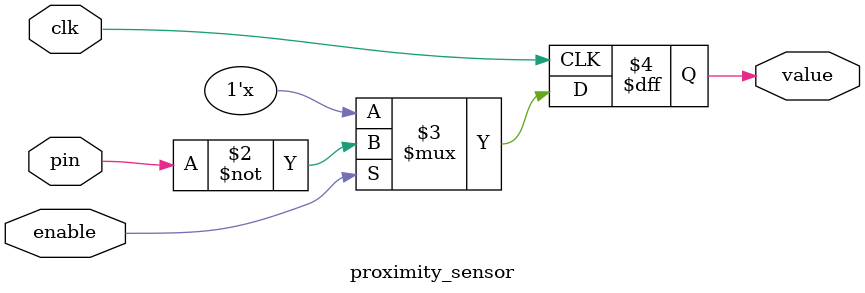
<source format=v>

`default_nettype none

module proximity_sensor (
           input wire clk,
           input wire enable,  //-- Input clock
           input wire pin,
           output reg value);   //-- 0/1

//If enable is ON, read pin value, otherwise high-impedances
always @(posedge clk)
    value <= (enable) ? ~pin : 1'bz;

endmodule

</source>
